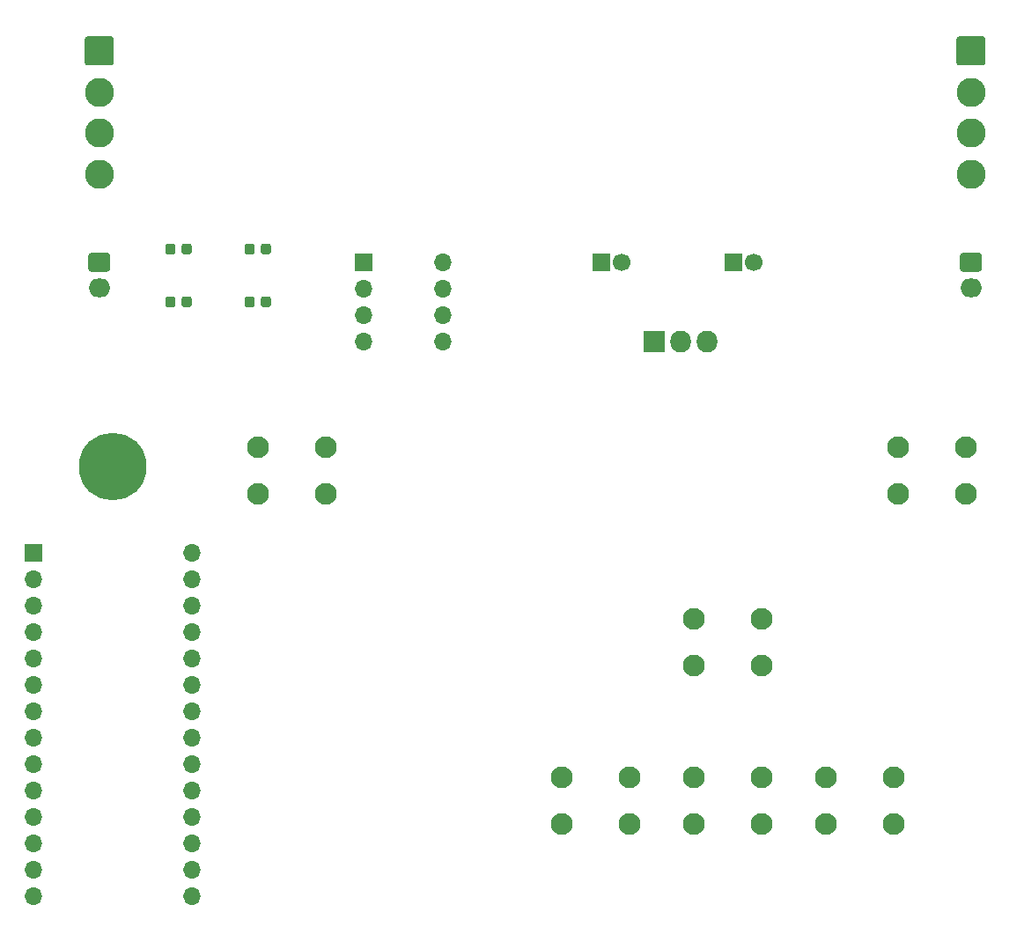
<source format=gbs>
G04 #@! TF.GenerationSoftware,KiCad,Pcbnew,(5.1.6)-1*
G04 #@! TF.CreationDate,2020-09-10T20:19:44+09:00*
G04 #@! TF.ProjectId,ControllerPCB,436f6e74-726f-46c6-9c65-725043422e6b,rev?*
G04 #@! TF.SameCoordinates,Original*
G04 #@! TF.FileFunction,Soldermask,Bot*
G04 #@! TF.FilePolarity,Negative*
%FSLAX46Y46*%
G04 Gerber Fmt 4.6, Leading zero omitted, Abs format (unit mm)*
G04 Created by KiCad (PCBNEW (5.1.6)-1) date 2020-09-10 20:19:44*
%MOMM*%
%LPD*%
G01*
G04 APERTURE LIST*
%ADD10C,6.500000*%
%ADD11O,2.005000X2.100000*%
%ADD12R,2.005000X2.100000*%
%ADD13C,2.100000*%
%ADD14O,1.700000X1.700000*%
%ADD15R,1.700000X1.700000*%
%ADD16O,2.100000X1.800000*%
%ADD17C,2.800000*%
%ADD18C,1.700000*%
G04 APERTURE END LIST*
D10*
G04 #@! TO.C,REF\u002A\u002A*
X110490000Y-99695000D03*
G04 #@! TD*
D11*
G04 #@! TO.C,U1*
X167640000Y-87630000D03*
X165100000Y-87630000D03*
D12*
X162560000Y-87630000D03*
G04 #@! TD*
D13*
G04 #@! TO.C,SW6*
X192555000Y-97790000D03*
X192555000Y-102290000D03*
X186055000Y-97790000D03*
X186055000Y-102290000D03*
G04 #@! TD*
G04 #@! TO.C,SW5*
X185570000Y-129540000D03*
X185570000Y-134040000D03*
X179070000Y-129540000D03*
X179070000Y-134040000D03*
G04 #@! TD*
G04 #@! TO.C,SW4*
X172870000Y-129540000D03*
X172870000Y-134040000D03*
X166370000Y-129540000D03*
X166370000Y-134040000D03*
G04 #@! TD*
G04 #@! TO.C,SW3*
X172870000Y-114300000D03*
X172870000Y-118800000D03*
X166370000Y-114300000D03*
X166370000Y-118800000D03*
G04 #@! TD*
G04 #@! TO.C,SW2*
X160170000Y-129540000D03*
X160170000Y-134040000D03*
X153670000Y-129540000D03*
X153670000Y-134040000D03*
G04 #@! TD*
G04 #@! TO.C,SW1*
X130960000Y-97790000D03*
X130960000Y-102290000D03*
X124460000Y-97790000D03*
X124460000Y-102290000D03*
G04 #@! TD*
G04 #@! TO.C,R4*
G36*
G01*
X124760000Y-84101250D02*
X124760000Y-83538750D01*
G75*
G02*
X125003750Y-83295000I243750J0D01*
G01*
X125491250Y-83295000D01*
G75*
G02*
X125735000Y-83538750I0J-243750D01*
G01*
X125735000Y-84101250D01*
G75*
G02*
X125491250Y-84345000I-243750J0D01*
G01*
X125003750Y-84345000D01*
G75*
G02*
X124760000Y-84101250I0J243750D01*
G01*
G37*
G36*
G01*
X123185000Y-84101250D02*
X123185000Y-83538750D01*
G75*
G02*
X123428750Y-83295000I243750J0D01*
G01*
X123916250Y-83295000D01*
G75*
G02*
X124160000Y-83538750I0J-243750D01*
G01*
X124160000Y-84101250D01*
G75*
G02*
X123916250Y-84345000I-243750J0D01*
G01*
X123428750Y-84345000D01*
G75*
G02*
X123185000Y-84101250I0J243750D01*
G01*
G37*
G04 #@! TD*
G04 #@! TO.C,R3*
G36*
G01*
X124760000Y-79021250D02*
X124760000Y-78458750D01*
G75*
G02*
X125003750Y-78215000I243750J0D01*
G01*
X125491250Y-78215000D01*
G75*
G02*
X125735000Y-78458750I0J-243750D01*
G01*
X125735000Y-79021250D01*
G75*
G02*
X125491250Y-79265000I-243750J0D01*
G01*
X125003750Y-79265000D01*
G75*
G02*
X124760000Y-79021250I0J243750D01*
G01*
G37*
G36*
G01*
X123185000Y-79021250D02*
X123185000Y-78458750D01*
G75*
G02*
X123428750Y-78215000I243750J0D01*
G01*
X123916250Y-78215000D01*
G75*
G02*
X124160000Y-78458750I0J-243750D01*
G01*
X124160000Y-79021250D01*
G75*
G02*
X123916250Y-79265000I-243750J0D01*
G01*
X123428750Y-79265000D01*
G75*
G02*
X123185000Y-79021250I0J243750D01*
G01*
G37*
G04 #@! TD*
G04 #@! TO.C,R2*
G36*
G01*
X116540000Y-83538750D02*
X116540000Y-84101250D01*
G75*
G02*
X116296250Y-84345000I-243750J0D01*
G01*
X115808750Y-84345000D01*
G75*
G02*
X115565000Y-84101250I0J243750D01*
G01*
X115565000Y-83538750D01*
G75*
G02*
X115808750Y-83295000I243750J0D01*
G01*
X116296250Y-83295000D01*
G75*
G02*
X116540000Y-83538750I0J-243750D01*
G01*
G37*
G36*
G01*
X118115000Y-83538750D02*
X118115000Y-84101250D01*
G75*
G02*
X117871250Y-84345000I-243750J0D01*
G01*
X117383750Y-84345000D01*
G75*
G02*
X117140000Y-84101250I0J243750D01*
G01*
X117140000Y-83538750D01*
G75*
G02*
X117383750Y-83295000I243750J0D01*
G01*
X117871250Y-83295000D01*
G75*
G02*
X118115000Y-83538750I0J-243750D01*
G01*
G37*
G04 #@! TD*
G04 #@! TO.C,R1*
G36*
G01*
X116540000Y-78458750D02*
X116540000Y-79021250D01*
G75*
G02*
X116296250Y-79265000I-243750J0D01*
G01*
X115808750Y-79265000D01*
G75*
G02*
X115565000Y-79021250I0J243750D01*
G01*
X115565000Y-78458750D01*
G75*
G02*
X115808750Y-78215000I243750J0D01*
G01*
X116296250Y-78215000D01*
G75*
G02*
X116540000Y-78458750I0J-243750D01*
G01*
G37*
G36*
G01*
X118115000Y-78458750D02*
X118115000Y-79021250D01*
G75*
G02*
X117871250Y-79265000I-243750J0D01*
G01*
X117383750Y-79265000D01*
G75*
G02*
X117140000Y-79021250I0J243750D01*
G01*
X117140000Y-78458750D01*
G75*
G02*
X117383750Y-78215000I243750J0D01*
G01*
X117871250Y-78215000D01*
G75*
G02*
X118115000Y-78458750I0J-243750D01*
G01*
G37*
G04 #@! TD*
D14*
G04 #@! TO.C,J6*
X142240000Y-80010000D03*
X134620000Y-87630000D03*
X142240000Y-82550000D03*
X134620000Y-85090000D03*
X142240000Y-85090000D03*
X134620000Y-82550000D03*
X142240000Y-87630000D03*
D15*
X134620000Y-80010000D03*
G04 #@! TD*
D16*
G04 #@! TO.C,J5*
X109220000Y-82510000D03*
G36*
G01*
X108434706Y-79110000D02*
X110005294Y-79110000D01*
G75*
G02*
X110270000Y-79374706I0J-264706D01*
G01*
X110270000Y-80645294D01*
G75*
G02*
X110005294Y-80910000I-264706J0D01*
G01*
X108434706Y-80910000D01*
G75*
G02*
X108170000Y-80645294I0J264706D01*
G01*
X108170000Y-79374706D01*
G75*
G02*
X108434706Y-79110000I264706J0D01*
G01*
G37*
G04 #@! TD*
D17*
G04 #@! TO.C,J4*
X193040000Y-71570000D03*
X193040000Y-67610000D03*
X193040000Y-63650000D03*
G36*
G01*
X191899260Y-58290000D02*
X194180740Y-58290000D01*
G75*
G02*
X194440000Y-58549260I0J-259260D01*
G01*
X194440000Y-60830740D01*
G75*
G02*
X194180740Y-61090000I-259260J0D01*
G01*
X191899260Y-61090000D01*
G75*
G02*
X191640000Y-60830740I0J259260D01*
G01*
X191640000Y-58549260D01*
G75*
G02*
X191899260Y-58290000I259260J0D01*
G01*
G37*
G04 #@! TD*
D14*
G04 #@! TO.C,J3*
X118110000Y-107950000D03*
X102870000Y-140970000D03*
X118110000Y-110490000D03*
X102870000Y-138430000D03*
X118110000Y-113030000D03*
X102870000Y-135890000D03*
X118110000Y-115570000D03*
X102870000Y-133350000D03*
X118110000Y-118110000D03*
X102870000Y-130810000D03*
X118110000Y-120650000D03*
X102870000Y-128270000D03*
X118110000Y-123190000D03*
X102870000Y-125730000D03*
X118110000Y-125730000D03*
X102870000Y-123190000D03*
X118110000Y-128270000D03*
X102870000Y-120650000D03*
X118110000Y-130810000D03*
X102870000Y-118110000D03*
X118110000Y-133350000D03*
X102870000Y-115570000D03*
X118110000Y-135890000D03*
X102870000Y-113030000D03*
X118110000Y-138430000D03*
X102870000Y-110490000D03*
X118110000Y-140970000D03*
D15*
X102870000Y-107950000D03*
G04 #@! TD*
D16*
G04 #@! TO.C,J2*
X193040000Y-82510000D03*
G36*
G01*
X192254706Y-79110000D02*
X193825294Y-79110000D01*
G75*
G02*
X194090000Y-79374706I0J-264706D01*
G01*
X194090000Y-80645294D01*
G75*
G02*
X193825294Y-80910000I-264706J0D01*
G01*
X192254706Y-80910000D01*
G75*
G02*
X191990000Y-80645294I0J264706D01*
G01*
X191990000Y-79374706D01*
G75*
G02*
X192254706Y-79110000I264706J0D01*
G01*
G37*
G04 #@! TD*
D17*
G04 #@! TO.C,J1*
X109220000Y-71570000D03*
X109220000Y-67610000D03*
X109220000Y-63650000D03*
G36*
G01*
X108079260Y-58290000D02*
X110360740Y-58290000D01*
G75*
G02*
X110620000Y-58549260I0J-259260D01*
G01*
X110620000Y-60830740D01*
G75*
G02*
X110360740Y-61090000I-259260J0D01*
G01*
X108079260Y-61090000D01*
G75*
G02*
X107820000Y-60830740I0J259260D01*
G01*
X107820000Y-58549260D01*
G75*
G02*
X108079260Y-58290000I259260J0D01*
G01*
G37*
G04 #@! TD*
D18*
G04 #@! TO.C,C2*
X172180000Y-80010000D03*
D15*
X170180000Y-80010000D03*
G04 #@! TD*
D18*
G04 #@! TO.C,C1*
X159480000Y-80010000D03*
D15*
X157480000Y-80010000D03*
G04 #@! TD*
M02*

</source>
